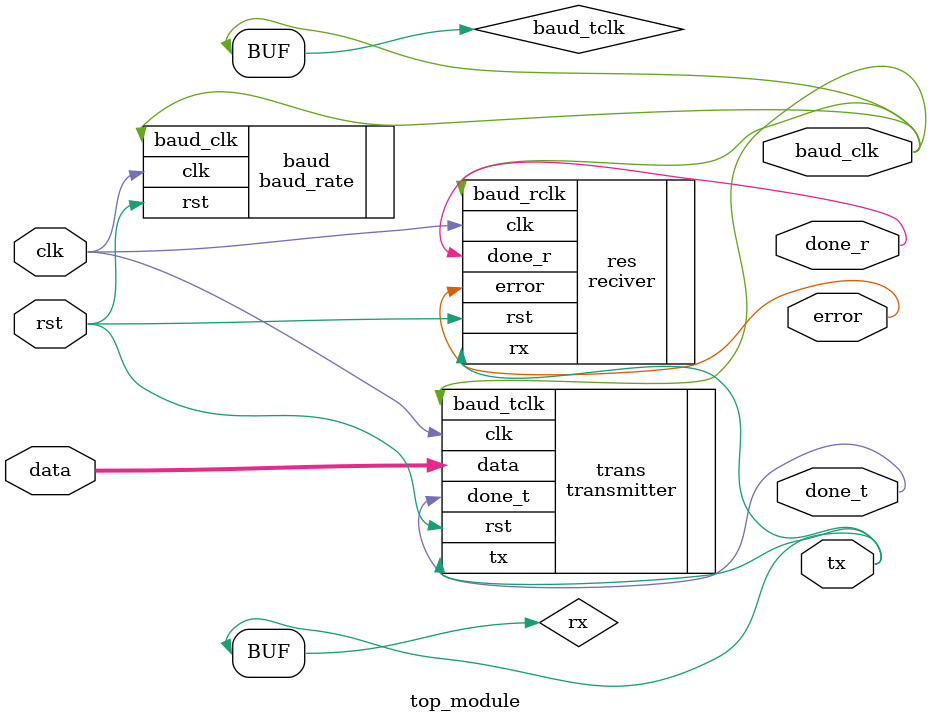
<source format=v>
module top_module(
  input clk,rst,
  output reg baud_clk,
  input [7:0]data,
  output reg tx,done_t,
  output reg done_r,error
);
  baud_rate baud(.clk(clk),.rst(rst),.baud_clk(baud_clk));
  
  wire baud_tclk;
  assign baud_tclk = baud_clk;
  
  transmitter trans(.clk(clk),.rst(rst),.data(data),.baud_tclk(baud_tclk),.tx(tx),.done_t(done_t));
  
  wire rx;
  assign rx = tx;
  reciver res(.clk(clk),.rst(rst),.baud_rclk(baud_tclk),.rx(rx),.done_r(done_r),.error(error));
endmodule

</source>
